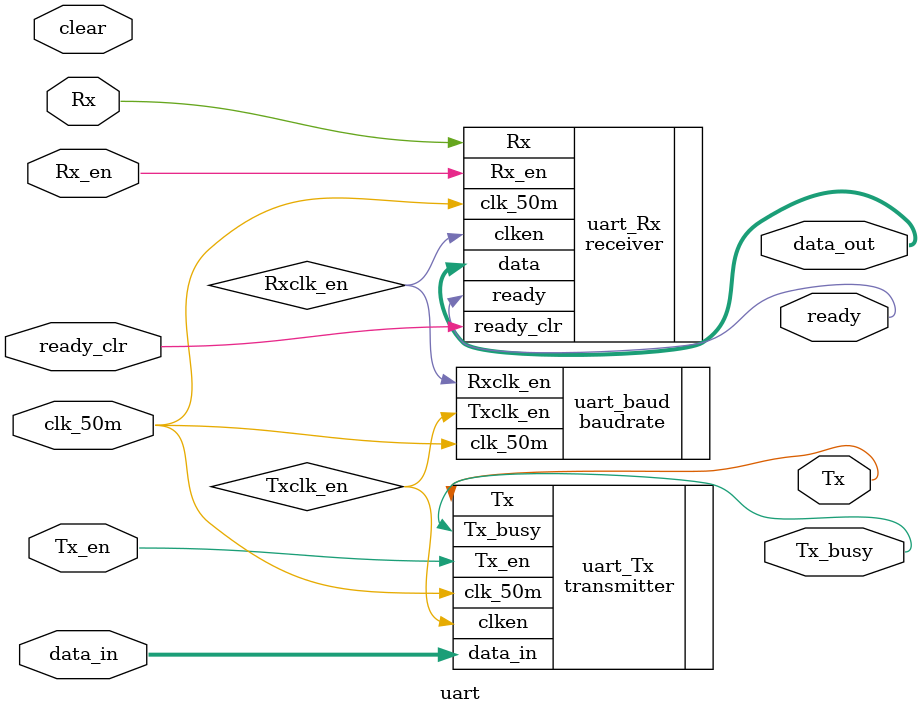
<source format=v>
module uart(
    input wire [15:0] data_in,   // 8-bit input data to be transmitted
    input wire Tx_en,           // Enable signal for transmitter
    input wire clear,           // Not used in this instantiation (consider removal if not required)
    input wire clk_50m,         // System clock at 50 MHz
    input wire Rx,              // Received serial data input
    input wire Rx_en,           // Enable signal for receiver  
    input wire ready_clr,       // Signal to clear the ready state
    output wire Tx,             // Transmitted serial data output
    output wire Tx_busy,        // Signal indicating transmitter is busy
    output wire ready,          // Signal to indicate data is ready to be read
    output wire [15:0] data_out // 8-bit output data received
);

    // Internal connections for baud rate enable signals
    wire Txclk_en, Rxclk_en;

    // Instantiate the baud rate generator
    baudrate uart_baud(
        .clk_50m(clk_50m),
        .Rxclk_en(Rxclk_en),    // Enable signal for the receiver clock
        .Txclk_en(Txclk_en)     // Enable signal for the transmitter clock
    );

    // Instantiate the transmitter module
    transmitter uart_Tx(
        .data_in(data_in),
        .Tx_en(Tx_en),
        .clk_50m(clk_50m),
        .clken(Txclk_en),       // Use Tx clock enable for transmitter operation
        .Tx(Tx),
        .Tx_busy(Tx_busy)
    );

    // Instantiate the receiver module
    receiver uart_Rx(
        .Rx(Rx),
        .Rx_en(Rx_en),
        .ready(ready),
        .ready_clr(ready_clr),
        .clk_50m(clk_50m),
        .clken(Rxclk_en),       // Use Rx clock enable for receiver operation
        .data(data_out)
    );

endmodule

</source>
